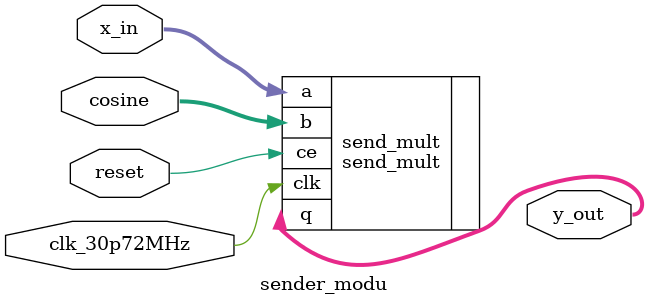
<source format=v>
`timescale 1ns / 1ps
module sender_modu(clk_30p72MHz, reset, x_in, cosine, y_out);
input clk_30p72MHz;
input reset;
input [15:0] x_in;
input [15:0] cosine;
output [31:0] y_out;

send_mult send_mult(
  .clk(clk_30p72MHz), 
  .a(x_in), 
  .b(cosine), 
  .q(y_out),
  .ce(reset)
);

endmodule

</source>
